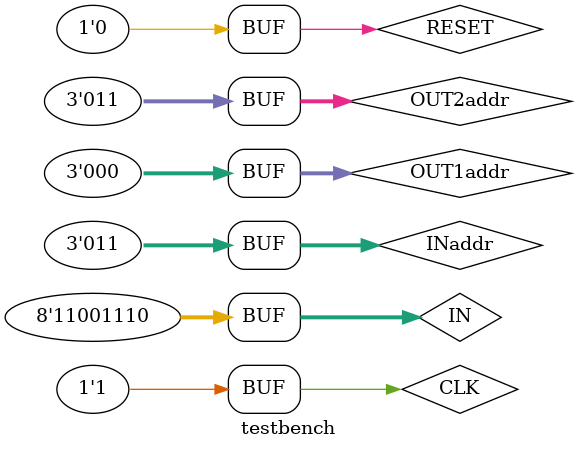
<source format=v>
module RegisterFile2(input [7:0] IN,
			output reg [7:0] OUT1,
			output reg [7:0] OUT2,
			input [2:0] INaddr,input [2:0] OUT1addr,input [2:0] OUT2addr,input wire CLK,input wire RESET);
			
reg[7:0] r0,r1,r2,r3,r4,r5,r6,r7;

 initial begin
  r0 = 8'b00000000;
      r1 = 8'b00000000;
      r2 = 8'b00000000;
      r3 = 8'b00000000;
      r4 = 8'b00000000;
      r5 = 8'b00000000;
      r6 = 8'b00000000;
    r7 = 8'b00000000;
end

always @(posedge RESET) begin
    
    	r0=8'b00000000;
        r1=8'b00000000;
        r2=8'b00000000;
        r3=8'b00000000;
        r4=8'b00000000;
        r5=8'b00000000;
        r6=8'b00000000;
    	r7=8'b00000000;
end
   
    always @(negedge CLK) begin	
    case(INaddr)
    3'b000:r0=IN;
        3'b001:r1=IN;
        3'b010:r2=IN;
        3'b011:r3=IN;
        3'b100:r4=IN;
        3'b101:r5=IN;
        3'b110:r6=IN;
    3'b111:r7=IN;
    endcase
    
    end
    
    always @(posedge CLK) begin
    case(OUT1addr)
        3'b000:OUT1=r0;
        3'b001:OUT1=r1;
        3'b010:OUT1=r2;
        3'b011:OUT1=r3;
        3'b100:OUT1=r4;
        3'b101:OUT1=r5;
        3'b110:OUT1=r6;
        3'b111:OUT1=r7;
   endcase
   
   
   case(OUT2addr)
       3'b000:OUT2=r0;
               3'b001:OUT2=r1;
               3'b010:OUT2=r2;
               3'b011:OUT2=r3;
               3'b100:OUT2=r4;
               3'b101:OUT2=r5;
               3'b110:OUT2=r6;
        3'b111:OUT2=r7;
   endcase
    end
   
endmodule


module testbench;

reg CLK,RESET;

reg[7:0] IN;
reg[2:0] INaddr,OUT1addr,OUT2addr;

wire[7:0] OUT1;
wire[7:0] OUT2;

RegisterFile2 test_unit(IN,
			 OUT1,
			 OUT2,
			INaddr,OUT1addr,OUT2addr,CLK,RESET);
    

initial begin
    RESET = 1'b0;
    INaddr = 3'b000;OUT1addr= 3'b000;OUT2addr= 3'b010;IN= 8'b11001100;
    #5
    $monitor(" IN = %b, OUT1= %b, OUT2= %b,INaddr= %b,OUT1addr= %b,OUT2addr= %b,CLK= %b,RESET= %b, ",IN, OUT1, OUT2, INaddr, OUT1addr, OUT2addr, CLK, RESET);
    CLK =1'b1;
        #5;
        CLK =1'b0;
        #5;
        CLK =1'b1;
        #5;
        INaddr = 3'b011;OUT1addr= 3'b000;OUT2addr= 3'b011;IN= 8'b11001110;
        #5
        CLK =1'b0;
        #5
        CLK =1'b1;

    
    
 end

        
endmodule
        

</source>
